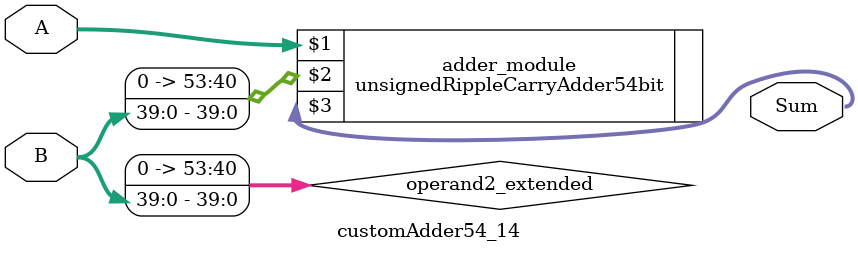
<source format=v>
module customAdder54_14(
                        input [53 : 0] A,
                        input [39 : 0] B,
                        
                        output [54 : 0] Sum
                );

        wire [53 : 0] operand2_extended;
        
        assign operand2_extended =  {14'b0, B};
        
        unsignedRippleCarryAdder54bit adder_module(
            A,
            operand2_extended,
            Sum
        );
        
        endmodule
        
</source>
